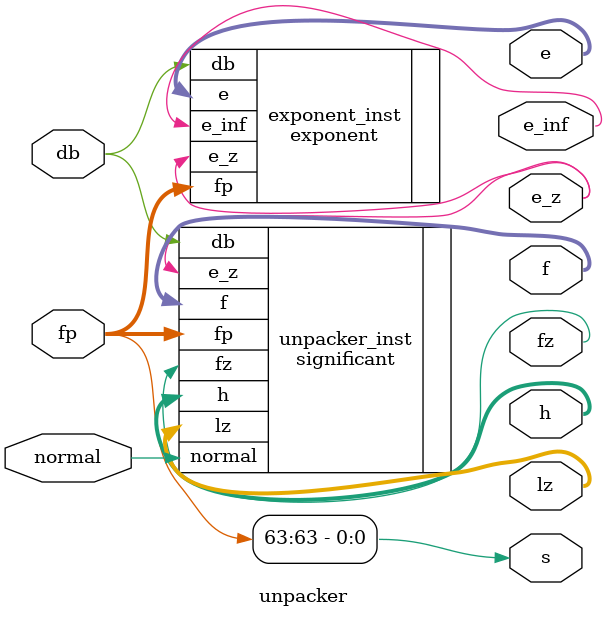
<source format=sv>
module unpacker(
    input [63:0]       fp,
    input              db,
    input              normal,

    output             e_inf,
    output             e_z,
    output [10:0]      e,
    output             s,
    output [5:0]       lz,
    output [52:0]      f,
    output             fz,
    output [52:0]      h
);

assign s = fp[63];

exponent exponent_inst(
    .fp(fp),
    .db(db),
    .e_inf(e_inf),
    .e_z(e_z),
    .e(e)
);

significant unpacker_inst(
    .db(db),
    .fp(fp),
    .e_z(e_z),
    .normal(normal),
    .lz(lz),
    .f(f),
    .fz(fz),
    .h(h)
);

endmodule

</source>
